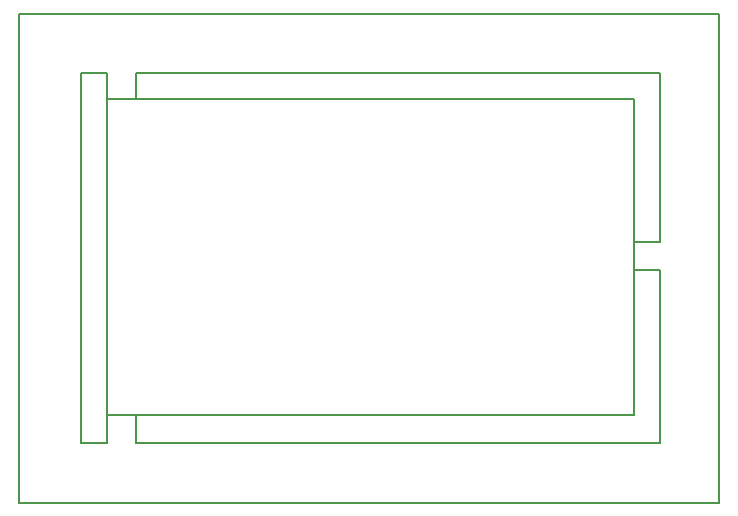
<source format=gbr>
G04 (created by PCBNEW (2013-07-07 BZR 4022)-stable) date 19/11/2015 00:50:25*
%MOIN*%
G04 Gerber Fmt 3.4, Leading zero omitted, Abs format*
%FSLAX34Y34*%
G01*
G70*
G90*
G04 APERTURE LIST*
%ADD10C,0.00590551*%
%ADD11C,0.0077*%
G04 APERTURE END LIST*
G54D10*
G54D11*
X62874Y-58582D02*
X80433Y-58582D01*
X62874Y-48031D02*
X80433Y-48031D01*
X63818Y-59527D02*
X81299Y-59527D01*
X63818Y-47165D02*
X81299Y-47165D01*
X62007Y-59527D02*
X62007Y-47165D01*
X59921Y-61496D02*
X83267Y-61496D01*
X59921Y-45196D02*
X59921Y-61496D01*
X83267Y-45196D02*
X59921Y-45196D01*
X83267Y-61496D02*
X83267Y-45196D01*
X62007Y-47165D02*
X62874Y-47165D01*
X62874Y-59527D02*
X62007Y-59527D01*
X81299Y-47165D02*
X81299Y-52795D01*
X81299Y-59527D02*
X81299Y-53740D01*
X80433Y-53740D02*
X81299Y-53740D01*
X62874Y-48031D02*
X62874Y-58582D01*
X80433Y-48031D02*
X80433Y-58582D01*
X62874Y-58582D02*
X62874Y-59527D01*
X63818Y-58582D02*
X63818Y-59527D01*
X62874Y-47165D02*
X62874Y-48031D01*
X80433Y-52795D02*
X81299Y-52795D01*
X63818Y-48031D02*
X63818Y-47165D01*
M02*

</source>
